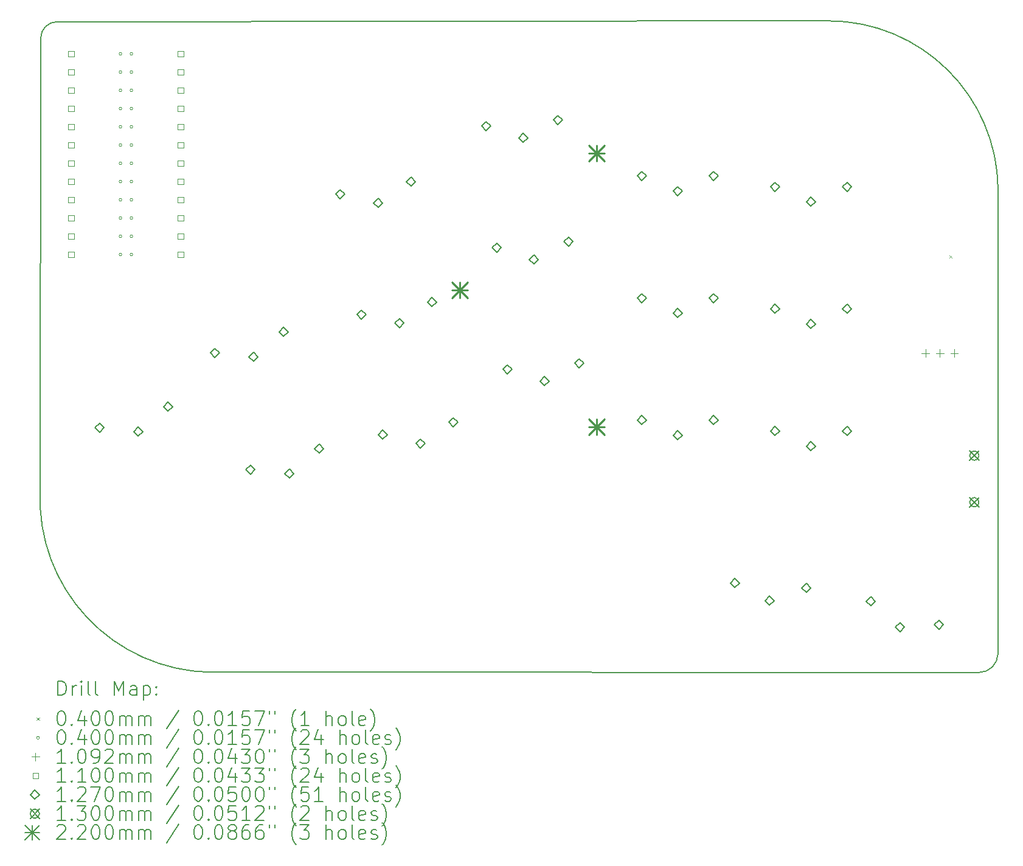
<source format=gbr>
%FSLAX45Y45*%
G04 Gerber Fmt 4.5, Leading zero omitted, Abs format (unit mm)*
G04 Created by KiCad (PCBNEW (6.0.4)) date 2022-05-26 06:06:53*
%MOMM*%
%LPD*%
G01*
G04 APERTURE LIST*
%TA.AperFunction,Profile*%
%ADD10C,0.150000*%
%TD*%
%ADD11C,0.200000*%
%ADD12C,0.040000*%
%ADD13C,0.109220*%
%ADD14C,0.110000*%
%ADD15C,0.127000*%
%ADD16C,0.130000*%
%ADD17C,0.220000*%
G04 APERTURE END LIST*
D10*
X2904845Y12436755D02*
G75*
G03*
X2676245Y12208155I0J-228600D01*
G01*
X15742673Y3376992D02*
G75*
G03*
X16000102Y3632200I-3151J260617D01*
G01*
X16002000Y10109200D02*
G75*
G03*
X13637800Y12447790I-2364200J-25750D01*
G01*
X2667000Y5892800D02*
G75*
G03*
X5029200Y3379408I2415551J-96503D01*
G01*
X13637800Y12447790D02*
X2904845Y12436755D01*
X2667000Y5892800D02*
X2676245Y12208155D01*
X16000102Y3632200D02*
X16002000Y10109200D01*
X15742673Y3376992D02*
X5029200Y3379408D01*
D11*
D12*
X15323011Y9184592D02*
X15363011Y9144592D01*
X15363011Y9184592D02*
X15323011Y9144592D01*
X3804600Y11988800D02*
G75*
G03*
X3804600Y11988800I-20000J0D01*
G01*
X3804600Y11734800D02*
G75*
G03*
X3804600Y11734800I-20000J0D01*
G01*
X3804600Y11480800D02*
G75*
G03*
X3804600Y11480800I-20000J0D01*
G01*
X3804600Y11226800D02*
G75*
G03*
X3804600Y11226800I-20000J0D01*
G01*
X3804600Y10972800D02*
G75*
G03*
X3804600Y10972800I-20000J0D01*
G01*
X3804600Y10718800D02*
G75*
G03*
X3804600Y10718800I-20000J0D01*
G01*
X3804600Y10464800D02*
G75*
G03*
X3804600Y10464800I-20000J0D01*
G01*
X3804600Y10210800D02*
G75*
G03*
X3804600Y10210800I-20000J0D01*
G01*
X3804600Y9956800D02*
G75*
G03*
X3804600Y9956800I-20000J0D01*
G01*
X3804600Y9702800D02*
G75*
G03*
X3804600Y9702800I-20000J0D01*
G01*
X3804600Y9448800D02*
G75*
G03*
X3804600Y9448800I-20000J0D01*
G01*
X3804600Y9194800D02*
G75*
G03*
X3804600Y9194800I-20000J0D01*
G01*
X3957000Y11988800D02*
G75*
G03*
X3957000Y11988800I-20000J0D01*
G01*
X3957000Y11734800D02*
G75*
G03*
X3957000Y11734800I-20000J0D01*
G01*
X3957000Y11480800D02*
G75*
G03*
X3957000Y11480800I-20000J0D01*
G01*
X3957000Y11226800D02*
G75*
G03*
X3957000Y11226800I-20000J0D01*
G01*
X3957000Y10972800D02*
G75*
G03*
X3957000Y10972800I-20000J0D01*
G01*
X3957000Y10718800D02*
G75*
G03*
X3957000Y10718800I-20000J0D01*
G01*
X3957000Y10464800D02*
G75*
G03*
X3957000Y10464800I-20000J0D01*
G01*
X3957000Y10210800D02*
G75*
G03*
X3957000Y10210800I-20000J0D01*
G01*
X3957000Y9956800D02*
G75*
G03*
X3957000Y9956800I-20000J0D01*
G01*
X3957000Y9702800D02*
G75*
G03*
X3957000Y9702800I-20000J0D01*
G01*
X3957000Y9448800D02*
G75*
G03*
X3957000Y9448800I-20000J0D01*
G01*
X3957000Y9194800D02*
G75*
G03*
X3957000Y9194800I-20000J0D01*
G01*
D13*
X14992400Y7877810D02*
X14992400Y7768590D01*
X14937790Y7823200D02*
X15047010Y7823200D01*
X15192400Y7877810D02*
X15192400Y7768590D01*
X15137790Y7823200D02*
X15247010Y7823200D01*
X15392400Y7877810D02*
X15392400Y7768590D01*
X15337790Y7823200D02*
X15447010Y7823200D01*
D14*
X3137691Y11949909D02*
X3137691Y12027691D01*
X3059909Y12027691D01*
X3059909Y11949909D01*
X3137691Y11949909D01*
X3137691Y11695909D02*
X3137691Y11773691D01*
X3059909Y11773691D01*
X3059909Y11695909D01*
X3137691Y11695909D01*
X3137691Y11441909D02*
X3137691Y11519691D01*
X3059909Y11519691D01*
X3059909Y11441909D01*
X3137691Y11441909D01*
X3137691Y11187909D02*
X3137691Y11265691D01*
X3059909Y11265691D01*
X3059909Y11187909D01*
X3137691Y11187909D01*
X3137691Y10933909D02*
X3137691Y11011691D01*
X3059909Y11011691D01*
X3059909Y10933909D01*
X3137691Y10933909D01*
X3137691Y10679909D02*
X3137691Y10757691D01*
X3059909Y10757691D01*
X3059909Y10679909D01*
X3137691Y10679909D01*
X3137691Y10425909D02*
X3137691Y10503691D01*
X3059909Y10503691D01*
X3059909Y10425909D01*
X3137691Y10425909D01*
X3137691Y10171909D02*
X3137691Y10249691D01*
X3059909Y10249691D01*
X3059909Y10171909D01*
X3137691Y10171909D01*
X3137691Y9917909D02*
X3137691Y9995691D01*
X3059909Y9995691D01*
X3059909Y9917909D01*
X3137691Y9917909D01*
X3137691Y9663909D02*
X3137691Y9741691D01*
X3059909Y9741691D01*
X3059909Y9663909D01*
X3137691Y9663909D01*
X3137691Y9409909D02*
X3137691Y9487691D01*
X3059909Y9487691D01*
X3059909Y9409909D01*
X3137691Y9409909D01*
X3137691Y9155909D02*
X3137691Y9233691D01*
X3059909Y9233691D01*
X3059909Y9155909D01*
X3137691Y9155909D01*
X4661691Y11949909D02*
X4661691Y12027691D01*
X4583909Y12027691D01*
X4583909Y11949909D01*
X4661691Y11949909D01*
X4661691Y11695909D02*
X4661691Y11773691D01*
X4583909Y11773691D01*
X4583909Y11695909D01*
X4661691Y11695909D01*
X4661691Y11441909D02*
X4661691Y11519691D01*
X4583909Y11519691D01*
X4583909Y11441909D01*
X4661691Y11441909D01*
X4661691Y11187909D02*
X4661691Y11265691D01*
X4583909Y11265691D01*
X4583909Y11187909D01*
X4661691Y11187909D01*
X4661691Y10933909D02*
X4661691Y11011691D01*
X4583909Y11011691D01*
X4583909Y10933909D01*
X4661691Y10933909D01*
X4661691Y10679909D02*
X4661691Y10757691D01*
X4583909Y10757691D01*
X4583909Y10679909D01*
X4661691Y10679909D01*
X4661691Y10425909D02*
X4661691Y10503691D01*
X4583909Y10503691D01*
X4583909Y10425909D01*
X4661691Y10425909D01*
X4661691Y10171909D02*
X4661691Y10249691D01*
X4583909Y10249691D01*
X4583909Y10171909D01*
X4661691Y10171909D01*
X4661691Y9917909D02*
X4661691Y9995691D01*
X4583909Y9995691D01*
X4583909Y9917909D01*
X4661691Y9917909D01*
X4661691Y9663909D02*
X4661691Y9741691D01*
X4583909Y9741691D01*
X4583909Y9663909D01*
X4661691Y9663909D01*
X4661691Y9409909D02*
X4661691Y9487691D01*
X4583909Y9487691D01*
X4583909Y9409909D01*
X4661691Y9409909D01*
X4661691Y9155909D02*
X4661691Y9233691D01*
X4583909Y9233691D01*
X4583909Y9155909D01*
X4661691Y9155909D01*
D15*
X3492911Y6719093D02*
X3556411Y6782593D01*
X3492911Y6846093D01*
X3429411Y6782593D01*
X3492911Y6719093D01*
X4032461Y6664455D02*
X4095961Y6727955D01*
X4032461Y6791455D01*
X3968961Y6727955D01*
X4032461Y6664455D01*
X4449215Y7011464D02*
X4512715Y7074964D01*
X4449215Y7138464D01*
X4385715Y7074964D01*
X4449215Y7011464D01*
X5099250Y7763538D02*
X5162750Y7827038D01*
X5099250Y7890538D01*
X5035750Y7827038D01*
X5099250Y7763538D01*
X5596281Y6137820D02*
X5659781Y6201320D01*
X5596281Y6264820D01*
X5532781Y6201320D01*
X5596281Y6137820D01*
X5638800Y7708900D02*
X5702300Y7772400D01*
X5638800Y7835900D01*
X5575300Y7772400D01*
X5638800Y7708900D01*
X6055554Y8055910D02*
X6119054Y8119410D01*
X6055554Y8182910D01*
X5992054Y8119410D01*
X6055554Y8055910D01*
X6135832Y6083182D02*
X6199332Y6146682D01*
X6135832Y6210182D01*
X6072332Y6146682D01*
X6135832Y6083182D01*
X6552586Y6430192D02*
X6616086Y6493692D01*
X6552586Y6557192D01*
X6489086Y6493692D01*
X6552586Y6430192D01*
X6843626Y9970732D02*
X6907126Y10034232D01*
X6843626Y10097732D01*
X6780126Y10034232D01*
X6843626Y9970732D01*
X7138828Y8296559D02*
X7202328Y8360059D01*
X7138828Y8423559D01*
X7075328Y8360059D01*
X7138828Y8296559D01*
X7372496Y9850746D02*
X7435996Y9914246D01*
X7372496Y9977746D01*
X7308996Y9914246D01*
X7372496Y9850746D01*
X7434030Y6622386D02*
X7497530Y6685886D01*
X7434030Y6749386D01*
X7370530Y6685886D01*
X7434030Y6622386D01*
X7667698Y8176573D02*
X7731198Y8240073D01*
X7667698Y8303573D01*
X7604198Y8240073D01*
X7667698Y8176573D01*
X7828434Y10144380D02*
X7891934Y10207880D01*
X7828434Y10271380D01*
X7764934Y10207880D01*
X7828434Y10144380D01*
X7962900Y6502400D02*
X8026400Y6565900D01*
X7962900Y6629400D01*
X7899400Y6565900D01*
X7962900Y6502400D01*
X8123636Y8470207D02*
X8187136Y8533707D01*
X8123636Y8597207D01*
X8060136Y8533707D01*
X8123636Y8470207D01*
X8418838Y6796034D02*
X8482338Y6859534D01*
X8418838Y6923034D01*
X8355338Y6859534D01*
X8418838Y6796034D01*
X8877370Y10919316D02*
X8940870Y10982816D01*
X8877370Y11046316D01*
X8813870Y10982816D01*
X8877370Y10919316D01*
X9025535Y9225785D02*
X9089035Y9289285D01*
X9025535Y9352785D01*
X8962035Y9289285D01*
X9025535Y9225785D01*
X9173700Y7532254D02*
X9237200Y7595754D01*
X9173700Y7659254D01*
X9110200Y7595754D01*
X9173700Y7532254D01*
X9393771Y10753693D02*
X9457271Y10817193D01*
X9393771Y10880693D01*
X9330271Y10817193D01*
X9393771Y10753693D01*
X9541935Y9060162D02*
X9605435Y9123662D01*
X9541935Y9187162D01*
X9478435Y9123662D01*
X9541935Y9060162D01*
X9690100Y7366631D02*
X9753600Y7430131D01*
X9690100Y7493631D01*
X9626600Y7430131D01*
X9690100Y7366631D01*
X9873565Y11006472D02*
X9937065Y11069972D01*
X9873565Y11133472D01*
X9810065Y11069972D01*
X9873565Y11006472D01*
X10021730Y9312941D02*
X10085230Y9376441D01*
X10021730Y9439941D01*
X9958230Y9376441D01*
X10021730Y9312941D01*
X10169895Y7619410D02*
X10233395Y7682910D01*
X10169895Y7746410D01*
X10106395Y7682910D01*
X10169895Y7619410D01*
X11041109Y10225102D02*
X11104609Y10288602D01*
X11041109Y10352102D01*
X10977609Y10288602D01*
X11041109Y10225102D01*
X11041109Y8525102D02*
X11104609Y8588602D01*
X11041109Y8652102D01*
X10977609Y8588602D01*
X11041109Y8525102D01*
X11041109Y6825102D02*
X11104609Y6888602D01*
X11041109Y6952102D01*
X10977609Y6888602D01*
X11041109Y6825102D01*
X11541109Y10015102D02*
X11604609Y10078602D01*
X11541109Y10142102D01*
X11477609Y10078602D01*
X11541109Y10015102D01*
X11541109Y8315102D02*
X11604609Y8378602D01*
X11541109Y8442102D01*
X11477609Y8378602D01*
X11541109Y8315102D01*
X11541109Y6615102D02*
X11604609Y6678602D01*
X11541109Y6742102D01*
X11477609Y6678602D01*
X11541109Y6615102D01*
X12041109Y10225102D02*
X12104609Y10288602D01*
X12041109Y10352102D01*
X11977609Y10288602D01*
X12041109Y10225102D01*
X12041109Y8525102D02*
X12104609Y8588602D01*
X12041109Y8652102D01*
X11977609Y8588602D01*
X12041109Y8525102D01*
X12041109Y6825102D02*
X12104609Y6888602D01*
X12041109Y6952102D01*
X11977609Y6888602D01*
X12041109Y6825102D01*
X12336819Y4557149D02*
X12400319Y4620649D01*
X12336819Y4684149D01*
X12273319Y4620649D01*
X12336819Y4557149D01*
X12820953Y4312782D02*
X12884453Y4376282D01*
X12820953Y4439782D01*
X12757453Y4376282D01*
X12820953Y4312782D01*
X12898500Y10074300D02*
X12962000Y10137800D01*
X12898500Y10201300D01*
X12835000Y10137800D01*
X12898500Y10074300D01*
X12898500Y8374300D02*
X12962000Y8437800D01*
X12898500Y8501300D01*
X12835000Y8437800D01*
X12898500Y8374300D01*
X12898500Y6674300D02*
X12962000Y6737800D01*
X12898500Y6801300D01*
X12835000Y6737800D01*
X12898500Y6674300D01*
X13334384Y4487393D02*
X13397884Y4550893D01*
X13334384Y4614393D01*
X13270884Y4550893D01*
X13334384Y4487393D01*
X13398500Y9864300D02*
X13462000Y9927800D01*
X13398500Y9991300D01*
X13335000Y9927800D01*
X13398500Y9864300D01*
X13398500Y8164300D02*
X13462000Y8227800D01*
X13398500Y8291300D01*
X13335000Y8227800D01*
X13398500Y8164300D01*
X13398500Y6464300D02*
X13462000Y6527800D01*
X13398500Y6591300D01*
X13335000Y6527800D01*
X13398500Y6464300D01*
X13898500Y10074300D02*
X13962000Y10137800D01*
X13898500Y10201300D01*
X13835000Y10137800D01*
X13898500Y10074300D01*
X13898500Y8374300D02*
X13962000Y8437800D01*
X13898500Y8501300D01*
X13835000Y8437800D01*
X13898500Y8374300D01*
X13898500Y6674300D02*
X13962000Y6737800D01*
X13898500Y6801300D01*
X13835000Y6737800D01*
X13898500Y6674300D01*
X14231848Y4304801D02*
X14295348Y4368301D01*
X14231848Y4431801D01*
X14168348Y4368301D01*
X14231848Y4304801D01*
X14636238Y3943458D02*
X14699738Y4006958D01*
X14636238Y4070458D01*
X14572738Y4006958D01*
X14636238Y3943458D01*
X15177367Y3979233D02*
X15240867Y4042733D01*
X15177367Y4106233D01*
X15113867Y4042733D01*
X15177367Y3979233D01*
D16*
X15606800Y6460600D02*
X15736800Y6330600D01*
X15736800Y6460600D02*
X15606800Y6330600D01*
X15736800Y6395600D02*
G75*
G03*
X15736800Y6395600I-65000J0D01*
G01*
X15606800Y5810600D02*
X15736800Y5680600D01*
X15736800Y5810600D02*
X15606800Y5680600D01*
X15736800Y5745600D02*
G75*
G03*
X15736800Y5745600I-65000J0D01*
G01*
D17*
X8399000Y8809500D02*
X8619000Y8589500D01*
X8619000Y8809500D02*
X8399000Y8589500D01*
X8509000Y8809500D02*
X8509000Y8589500D01*
X8399000Y8699500D02*
X8619000Y8699500D01*
X10304000Y10714500D02*
X10524000Y10494500D01*
X10524000Y10714500D02*
X10304000Y10494500D01*
X10414000Y10714500D02*
X10414000Y10494500D01*
X10304000Y10604500D02*
X10524000Y10604500D01*
X10304000Y6904500D02*
X10524000Y6684500D01*
X10524000Y6904500D02*
X10304000Y6684500D01*
X10414000Y6904500D02*
X10414000Y6684500D01*
X10304000Y6794500D02*
X10524000Y6794500D01*
D11*
X2915192Y3059016D02*
X2915192Y3259016D01*
X2962811Y3259016D01*
X2991383Y3249492D01*
X3010430Y3230444D01*
X3019954Y3211397D01*
X3029478Y3173301D01*
X3029478Y3144730D01*
X3019954Y3106635D01*
X3010430Y3087587D01*
X2991383Y3068539D01*
X2962811Y3059016D01*
X2915192Y3059016D01*
X3115192Y3059016D02*
X3115192Y3192349D01*
X3115192Y3154254D02*
X3124716Y3173301D01*
X3134240Y3182825D01*
X3153287Y3192349D01*
X3172335Y3192349D01*
X3239002Y3059016D02*
X3239002Y3192349D01*
X3239002Y3259016D02*
X3229478Y3249492D01*
X3239002Y3239968D01*
X3248525Y3249492D01*
X3239002Y3259016D01*
X3239002Y3239968D01*
X3362811Y3059016D02*
X3343763Y3068539D01*
X3334240Y3087587D01*
X3334240Y3259016D01*
X3467573Y3059016D02*
X3448525Y3068539D01*
X3439002Y3087587D01*
X3439002Y3259016D01*
X3696144Y3059016D02*
X3696144Y3259016D01*
X3762811Y3116158D01*
X3829478Y3259016D01*
X3829478Y3059016D01*
X4010430Y3059016D02*
X4010430Y3163778D01*
X4000906Y3182825D01*
X3981859Y3192349D01*
X3943763Y3192349D01*
X3924716Y3182825D01*
X4010430Y3068539D02*
X3991383Y3059016D01*
X3943763Y3059016D01*
X3924716Y3068539D01*
X3915192Y3087587D01*
X3915192Y3106635D01*
X3924716Y3125682D01*
X3943763Y3135206D01*
X3991383Y3135206D01*
X4010430Y3144730D01*
X4105668Y3192349D02*
X4105668Y2992349D01*
X4105668Y3182825D02*
X4124716Y3192349D01*
X4162811Y3192349D01*
X4181859Y3182825D01*
X4191383Y3173301D01*
X4200906Y3154254D01*
X4200906Y3097111D01*
X4191383Y3078063D01*
X4181859Y3068539D01*
X4162811Y3059016D01*
X4124716Y3059016D01*
X4105668Y3068539D01*
X4286621Y3078063D02*
X4296145Y3068539D01*
X4286621Y3059016D01*
X4277097Y3068539D01*
X4286621Y3078063D01*
X4286621Y3059016D01*
X4286621Y3182825D02*
X4296145Y3173301D01*
X4286621Y3163778D01*
X4277097Y3173301D01*
X4286621Y3182825D01*
X4286621Y3163778D01*
D12*
X2617573Y2749492D02*
X2657573Y2709492D01*
X2657573Y2749492D02*
X2617573Y2709492D01*
D11*
X2953287Y2839016D02*
X2972335Y2839016D01*
X2991383Y2829492D01*
X3000906Y2819968D01*
X3010430Y2800920D01*
X3019954Y2762825D01*
X3019954Y2715206D01*
X3010430Y2677111D01*
X3000906Y2658063D01*
X2991383Y2648540D01*
X2972335Y2639016D01*
X2953287Y2639016D01*
X2934240Y2648540D01*
X2924716Y2658063D01*
X2915192Y2677111D01*
X2905668Y2715206D01*
X2905668Y2762825D01*
X2915192Y2800920D01*
X2924716Y2819968D01*
X2934240Y2829492D01*
X2953287Y2839016D01*
X3105668Y2658063D02*
X3115192Y2648540D01*
X3105668Y2639016D01*
X3096144Y2648540D01*
X3105668Y2658063D01*
X3105668Y2639016D01*
X3286621Y2772349D02*
X3286621Y2639016D01*
X3239002Y2848539D02*
X3191383Y2705682D01*
X3315192Y2705682D01*
X3429478Y2839016D02*
X3448525Y2839016D01*
X3467573Y2829492D01*
X3477097Y2819968D01*
X3486621Y2800920D01*
X3496144Y2762825D01*
X3496144Y2715206D01*
X3486621Y2677111D01*
X3477097Y2658063D01*
X3467573Y2648540D01*
X3448525Y2639016D01*
X3429478Y2639016D01*
X3410430Y2648540D01*
X3400906Y2658063D01*
X3391383Y2677111D01*
X3381859Y2715206D01*
X3381859Y2762825D01*
X3391383Y2800920D01*
X3400906Y2819968D01*
X3410430Y2829492D01*
X3429478Y2839016D01*
X3619954Y2839016D02*
X3639002Y2839016D01*
X3658049Y2829492D01*
X3667573Y2819968D01*
X3677097Y2800920D01*
X3686621Y2762825D01*
X3686621Y2715206D01*
X3677097Y2677111D01*
X3667573Y2658063D01*
X3658049Y2648540D01*
X3639002Y2639016D01*
X3619954Y2639016D01*
X3600906Y2648540D01*
X3591383Y2658063D01*
X3581859Y2677111D01*
X3572335Y2715206D01*
X3572335Y2762825D01*
X3581859Y2800920D01*
X3591383Y2819968D01*
X3600906Y2829492D01*
X3619954Y2839016D01*
X3772335Y2639016D02*
X3772335Y2772349D01*
X3772335Y2753301D02*
X3781859Y2762825D01*
X3800906Y2772349D01*
X3829478Y2772349D01*
X3848525Y2762825D01*
X3858049Y2743778D01*
X3858049Y2639016D01*
X3858049Y2743778D02*
X3867573Y2762825D01*
X3886621Y2772349D01*
X3915192Y2772349D01*
X3934240Y2762825D01*
X3943763Y2743778D01*
X3943763Y2639016D01*
X4039002Y2639016D02*
X4039002Y2772349D01*
X4039002Y2753301D02*
X4048525Y2762825D01*
X4067573Y2772349D01*
X4096144Y2772349D01*
X4115192Y2762825D01*
X4124716Y2743778D01*
X4124716Y2639016D01*
X4124716Y2743778D02*
X4134240Y2762825D01*
X4153287Y2772349D01*
X4181859Y2772349D01*
X4200906Y2762825D01*
X4210430Y2743778D01*
X4210430Y2639016D01*
X4600906Y2848539D02*
X4429478Y2591397D01*
X4858049Y2839016D02*
X4877097Y2839016D01*
X4896145Y2829492D01*
X4905668Y2819968D01*
X4915192Y2800920D01*
X4924716Y2762825D01*
X4924716Y2715206D01*
X4915192Y2677111D01*
X4905668Y2658063D01*
X4896145Y2648540D01*
X4877097Y2639016D01*
X4858049Y2639016D01*
X4839002Y2648540D01*
X4829478Y2658063D01*
X4819954Y2677111D01*
X4810430Y2715206D01*
X4810430Y2762825D01*
X4819954Y2800920D01*
X4829478Y2819968D01*
X4839002Y2829492D01*
X4858049Y2839016D01*
X5010430Y2658063D02*
X5019954Y2648540D01*
X5010430Y2639016D01*
X5000906Y2648540D01*
X5010430Y2658063D01*
X5010430Y2639016D01*
X5143764Y2839016D02*
X5162811Y2839016D01*
X5181859Y2829492D01*
X5191383Y2819968D01*
X5200906Y2800920D01*
X5210430Y2762825D01*
X5210430Y2715206D01*
X5200906Y2677111D01*
X5191383Y2658063D01*
X5181859Y2648540D01*
X5162811Y2639016D01*
X5143764Y2639016D01*
X5124716Y2648540D01*
X5115192Y2658063D01*
X5105668Y2677111D01*
X5096145Y2715206D01*
X5096145Y2762825D01*
X5105668Y2800920D01*
X5115192Y2819968D01*
X5124716Y2829492D01*
X5143764Y2839016D01*
X5400906Y2639016D02*
X5286621Y2639016D01*
X5343764Y2639016D02*
X5343764Y2839016D01*
X5324716Y2810444D01*
X5305668Y2791397D01*
X5286621Y2781873D01*
X5581859Y2839016D02*
X5486621Y2839016D01*
X5477097Y2743778D01*
X5486621Y2753301D01*
X5505668Y2762825D01*
X5553287Y2762825D01*
X5572335Y2753301D01*
X5581859Y2743778D01*
X5591383Y2724730D01*
X5591383Y2677111D01*
X5581859Y2658063D01*
X5572335Y2648540D01*
X5553287Y2639016D01*
X5505668Y2639016D01*
X5486621Y2648540D01*
X5477097Y2658063D01*
X5658049Y2839016D02*
X5791383Y2839016D01*
X5705668Y2639016D01*
X5858049Y2839016D02*
X5858049Y2800920D01*
X5934240Y2839016D02*
X5934240Y2800920D01*
X6229478Y2562825D02*
X6219954Y2572349D01*
X6200906Y2600920D01*
X6191383Y2619968D01*
X6181859Y2648540D01*
X6172335Y2696159D01*
X6172335Y2734254D01*
X6181859Y2781873D01*
X6191383Y2810444D01*
X6200906Y2829492D01*
X6219954Y2858063D01*
X6229478Y2867587D01*
X6410430Y2639016D02*
X6296144Y2639016D01*
X6353287Y2639016D02*
X6353287Y2839016D01*
X6334240Y2810444D01*
X6315192Y2791397D01*
X6296144Y2781873D01*
X6648525Y2639016D02*
X6648525Y2839016D01*
X6734240Y2639016D02*
X6734240Y2743778D01*
X6724716Y2762825D01*
X6705668Y2772349D01*
X6677097Y2772349D01*
X6658049Y2762825D01*
X6648525Y2753301D01*
X6858049Y2639016D02*
X6839002Y2648540D01*
X6829478Y2658063D01*
X6819954Y2677111D01*
X6819954Y2734254D01*
X6829478Y2753301D01*
X6839002Y2762825D01*
X6858049Y2772349D01*
X6886621Y2772349D01*
X6905668Y2762825D01*
X6915192Y2753301D01*
X6924716Y2734254D01*
X6924716Y2677111D01*
X6915192Y2658063D01*
X6905668Y2648540D01*
X6886621Y2639016D01*
X6858049Y2639016D01*
X7039002Y2639016D02*
X7019954Y2648540D01*
X7010430Y2667587D01*
X7010430Y2839016D01*
X7191383Y2648540D02*
X7172335Y2639016D01*
X7134240Y2639016D01*
X7115192Y2648540D01*
X7105668Y2667587D01*
X7105668Y2743778D01*
X7115192Y2762825D01*
X7134240Y2772349D01*
X7172335Y2772349D01*
X7191383Y2762825D01*
X7200906Y2743778D01*
X7200906Y2724730D01*
X7105668Y2705682D01*
X7267573Y2562825D02*
X7277097Y2572349D01*
X7296144Y2600920D01*
X7305668Y2619968D01*
X7315192Y2648540D01*
X7324716Y2696159D01*
X7324716Y2734254D01*
X7315192Y2781873D01*
X7305668Y2810444D01*
X7296144Y2829492D01*
X7277097Y2858063D01*
X7267573Y2867587D01*
D12*
X2657573Y2465492D02*
G75*
G03*
X2657573Y2465492I-20000J0D01*
G01*
D11*
X2953287Y2575016D02*
X2972335Y2575016D01*
X2991383Y2565492D01*
X3000906Y2555968D01*
X3010430Y2536920D01*
X3019954Y2498825D01*
X3019954Y2451206D01*
X3010430Y2413111D01*
X3000906Y2394063D01*
X2991383Y2384540D01*
X2972335Y2375016D01*
X2953287Y2375016D01*
X2934240Y2384540D01*
X2924716Y2394063D01*
X2915192Y2413111D01*
X2905668Y2451206D01*
X2905668Y2498825D01*
X2915192Y2536920D01*
X2924716Y2555968D01*
X2934240Y2565492D01*
X2953287Y2575016D01*
X3105668Y2394063D02*
X3115192Y2384540D01*
X3105668Y2375016D01*
X3096144Y2384540D01*
X3105668Y2394063D01*
X3105668Y2375016D01*
X3286621Y2508349D02*
X3286621Y2375016D01*
X3239002Y2584540D02*
X3191383Y2441682D01*
X3315192Y2441682D01*
X3429478Y2575016D02*
X3448525Y2575016D01*
X3467573Y2565492D01*
X3477097Y2555968D01*
X3486621Y2536920D01*
X3496144Y2498825D01*
X3496144Y2451206D01*
X3486621Y2413111D01*
X3477097Y2394063D01*
X3467573Y2384540D01*
X3448525Y2375016D01*
X3429478Y2375016D01*
X3410430Y2384540D01*
X3400906Y2394063D01*
X3391383Y2413111D01*
X3381859Y2451206D01*
X3381859Y2498825D01*
X3391383Y2536920D01*
X3400906Y2555968D01*
X3410430Y2565492D01*
X3429478Y2575016D01*
X3619954Y2575016D02*
X3639002Y2575016D01*
X3658049Y2565492D01*
X3667573Y2555968D01*
X3677097Y2536920D01*
X3686621Y2498825D01*
X3686621Y2451206D01*
X3677097Y2413111D01*
X3667573Y2394063D01*
X3658049Y2384540D01*
X3639002Y2375016D01*
X3619954Y2375016D01*
X3600906Y2384540D01*
X3591383Y2394063D01*
X3581859Y2413111D01*
X3572335Y2451206D01*
X3572335Y2498825D01*
X3581859Y2536920D01*
X3591383Y2555968D01*
X3600906Y2565492D01*
X3619954Y2575016D01*
X3772335Y2375016D02*
X3772335Y2508349D01*
X3772335Y2489301D02*
X3781859Y2498825D01*
X3800906Y2508349D01*
X3829478Y2508349D01*
X3848525Y2498825D01*
X3858049Y2479778D01*
X3858049Y2375016D01*
X3858049Y2479778D02*
X3867573Y2498825D01*
X3886621Y2508349D01*
X3915192Y2508349D01*
X3934240Y2498825D01*
X3943763Y2479778D01*
X3943763Y2375016D01*
X4039002Y2375016D02*
X4039002Y2508349D01*
X4039002Y2489301D02*
X4048525Y2498825D01*
X4067573Y2508349D01*
X4096144Y2508349D01*
X4115192Y2498825D01*
X4124716Y2479778D01*
X4124716Y2375016D01*
X4124716Y2479778D02*
X4134240Y2498825D01*
X4153287Y2508349D01*
X4181859Y2508349D01*
X4200906Y2498825D01*
X4210430Y2479778D01*
X4210430Y2375016D01*
X4600906Y2584540D02*
X4429478Y2327397D01*
X4858049Y2575016D02*
X4877097Y2575016D01*
X4896145Y2565492D01*
X4905668Y2555968D01*
X4915192Y2536920D01*
X4924716Y2498825D01*
X4924716Y2451206D01*
X4915192Y2413111D01*
X4905668Y2394063D01*
X4896145Y2384540D01*
X4877097Y2375016D01*
X4858049Y2375016D01*
X4839002Y2384540D01*
X4829478Y2394063D01*
X4819954Y2413111D01*
X4810430Y2451206D01*
X4810430Y2498825D01*
X4819954Y2536920D01*
X4829478Y2555968D01*
X4839002Y2565492D01*
X4858049Y2575016D01*
X5010430Y2394063D02*
X5019954Y2384540D01*
X5010430Y2375016D01*
X5000906Y2384540D01*
X5010430Y2394063D01*
X5010430Y2375016D01*
X5143764Y2575016D02*
X5162811Y2575016D01*
X5181859Y2565492D01*
X5191383Y2555968D01*
X5200906Y2536920D01*
X5210430Y2498825D01*
X5210430Y2451206D01*
X5200906Y2413111D01*
X5191383Y2394063D01*
X5181859Y2384540D01*
X5162811Y2375016D01*
X5143764Y2375016D01*
X5124716Y2384540D01*
X5115192Y2394063D01*
X5105668Y2413111D01*
X5096145Y2451206D01*
X5096145Y2498825D01*
X5105668Y2536920D01*
X5115192Y2555968D01*
X5124716Y2565492D01*
X5143764Y2575016D01*
X5400906Y2375016D02*
X5286621Y2375016D01*
X5343764Y2375016D02*
X5343764Y2575016D01*
X5324716Y2546444D01*
X5305668Y2527397D01*
X5286621Y2517873D01*
X5581859Y2575016D02*
X5486621Y2575016D01*
X5477097Y2479778D01*
X5486621Y2489301D01*
X5505668Y2498825D01*
X5553287Y2498825D01*
X5572335Y2489301D01*
X5581859Y2479778D01*
X5591383Y2460730D01*
X5591383Y2413111D01*
X5581859Y2394063D01*
X5572335Y2384540D01*
X5553287Y2375016D01*
X5505668Y2375016D01*
X5486621Y2384540D01*
X5477097Y2394063D01*
X5658049Y2575016D02*
X5791383Y2575016D01*
X5705668Y2375016D01*
X5858049Y2575016D02*
X5858049Y2536920D01*
X5934240Y2575016D02*
X5934240Y2536920D01*
X6229478Y2298825D02*
X6219954Y2308349D01*
X6200906Y2336920D01*
X6191383Y2355968D01*
X6181859Y2384540D01*
X6172335Y2432159D01*
X6172335Y2470254D01*
X6181859Y2517873D01*
X6191383Y2546444D01*
X6200906Y2565492D01*
X6219954Y2594063D01*
X6229478Y2603587D01*
X6296144Y2555968D02*
X6305668Y2565492D01*
X6324716Y2575016D01*
X6372335Y2575016D01*
X6391383Y2565492D01*
X6400906Y2555968D01*
X6410430Y2536920D01*
X6410430Y2517873D01*
X6400906Y2489301D01*
X6286621Y2375016D01*
X6410430Y2375016D01*
X6581859Y2508349D02*
X6581859Y2375016D01*
X6534240Y2584540D02*
X6486621Y2441682D01*
X6610430Y2441682D01*
X6839002Y2375016D02*
X6839002Y2575016D01*
X6924716Y2375016D02*
X6924716Y2479778D01*
X6915192Y2498825D01*
X6896144Y2508349D01*
X6867573Y2508349D01*
X6848525Y2498825D01*
X6839002Y2489301D01*
X7048525Y2375016D02*
X7029478Y2384540D01*
X7019954Y2394063D01*
X7010430Y2413111D01*
X7010430Y2470254D01*
X7019954Y2489301D01*
X7029478Y2498825D01*
X7048525Y2508349D01*
X7077097Y2508349D01*
X7096144Y2498825D01*
X7105668Y2489301D01*
X7115192Y2470254D01*
X7115192Y2413111D01*
X7105668Y2394063D01*
X7096144Y2384540D01*
X7077097Y2375016D01*
X7048525Y2375016D01*
X7229478Y2375016D02*
X7210430Y2384540D01*
X7200906Y2403587D01*
X7200906Y2575016D01*
X7381859Y2384540D02*
X7362811Y2375016D01*
X7324716Y2375016D01*
X7305668Y2384540D01*
X7296144Y2403587D01*
X7296144Y2479778D01*
X7305668Y2498825D01*
X7324716Y2508349D01*
X7362811Y2508349D01*
X7381859Y2498825D01*
X7391383Y2479778D01*
X7391383Y2460730D01*
X7296144Y2441682D01*
X7467573Y2384540D02*
X7486621Y2375016D01*
X7524716Y2375016D01*
X7543763Y2384540D01*
X7553287Y2403587D01*
X7553287Y2413111D01*
X7543763Y2432159D01*
X7524716Y2441682D01*
X7496144Y2441682D01*
X7477097Y2451206D01*
X7467573Y2470254D01*
X7467573Y2479778D01*
X7477097Y2498825D01*
X7496144Y2508349D01*
X7524716Y2508349D01*
X7543763Y2498825D01*
X7619954Y2298825D02*
X7629478Y2308349D01*
X7648525Y2336920D01*
X7658049Y2355968D01*
X7667573Y2384540D01*
X7677097Y2432159D01*
X7677097Y2470254D01*
X7667573Y2517873D01*
X7658049Y2546444D01*
X7648525Y2565492D01*
X7629478Y2594063D01*
X7619954Y2603587D01*
D13*
X2602963Y2256102D02*
X2602963Y2146882D01*
X2548353Y2201492D02*
X2657573Y2201492D01*
D11*
X3019954Y2111016D02*
X2905668Y2111016D01*
X2962811Y2111016D02*
X2962811Y2311016D01*
X2943763Y2282444D01*
X2924716Y2263397D01*
X2905668Y2253873D01*
X3105668Y2130063D02*
X3115192Y2120540D01*
X3105668Y2111016D01*
X3096144Y2120540D01*
X3105668Y2130063D01*
X3105668Y2111016D01*
X3239002Y2311016D02*
X3258049Y2311016D01*
X3277097Y2301492D01*
X3286621Y2291968D01*
X3296144Y2272920D01*
X3305668Y2234825D01*
X3305668Y2187206D01*
X3296144Y2149111D01*
X3286621Y2130063D01*
X3277097Y2120540D01*
X3258049Y2111016D01*
X3239002Y2111016D01*
X3219954Y2120540D01*
X3210430Y2130063D01*
X3200906Y2149111D01*
X3191383Y2187206D01*
X3191383Y2234825D01*
X3200906Y2272920D01*
X3210430Y2291968D01*
X3219954Y2301492D01*
X3239002Y2311016D01*
X3400906Y2111016D02*
X3439002Y2111016D01*
X3458049Y2120540D01*
X3467573Y2130063D01*
X3486621Y2158635D01*
X3496144Y2196730D01*
X3496144Y2272920D01*
X3486621Y2291968D01*
X3477097Y2301492D01*
X3458049Y2311016D01*
X3419954Y2311016D01*
X3400906Y2301492D01*
X3391383Y2291968D01*
X3381859Y2272920D01*
X3381859Y2225301D01*
X3391383Y2206254D01*
X3400906Y2196730D01*
X3419954Y2187206D01*
X3458049Y2187206D01*
X3477097Y2196730D01*
X3486621Y2206254D01*
X3496144Y2225301D01*
X3572335Y2291968D02*
X3581859Y2301492D01*
X3600906Y2311016D01*
X3648525Y2311016D01*
X3667573Y2301492D01*
X3677097Y2291968D01*
X3686621Y2272920D01*
X3686621Y2253873D01*
X3677097Y2225301D01*
X3562811Y2111016D01*
X3686621Y2111016D01*
X3772335Y2111016D02*
X3772335Y2244349D01*
X3772335Y2225301D02*
X3781859Y2234825D01*
X3800906Y2244349D01*
X3829478Y2244349D01*
X3848525Y2234825D01*
X3858049Y2215778D01*
X3858049Y2111016D01*
X3858049Y2215778D02*
X3867573Y2234825D01*
X3886621Y2244349D01*
X3915192Y2244349D01*
X3934240Y2234825D01*
X3943763Y2215778D01*
X3943763Y2111016D01*
X4039002Y2111016D02*
X4039002Y2244349D01*
X4039002Y2225301D02*
X4048525Y2234825D01*
X4067573Y2244349D01*
X4096144Y2244349D01*
X4115192Y2234825D01*
X4124716Y2215778D01*
X4124716Y2111016D01*
X4124716Y2215778D02*
X4134240Y2234825D01*
X4153287Y2244349D01*
X4181859Y2244349D01*
X4200906Y2234825D01*
X4210430Y2215778D01*
X4210430Y2111016D01*
X4600906Y2320540D02*
X4429478Y2063397D01*
X4858049Y2311016D02*
X4877097Y2311016D01*
X4896145Y2301492D01*
X4905668Y2291968D01*
X4915192Y2272920D01*
X4924716Y2234825D01*
X4924716Y2187206D01*
X4915192Y2149111D01*
X4905668Y2130063D01*
X4896145Y2120540D01*
X4877097Y2111016D01*
X4858049Y2111016D01*
X4839002Y2120540D01*
X4829478Y2130063D01*
X4819954Y2149111D01*
X4810430Y2187206D01*
X4810430Y2234825D01*
X4819954Y2272920D01*
X4829478Y2291968D01*
X4839002Y2301492D01*
X4858049Y2311016D01*
X5010430Y2130063D02*
X5019954Y2120540D01*
X5010430Y2111016D01*
X5000906Y2120540D01*
X5010430Y2130063D01*
X5010430Y2111016D01*
X5143764Y2311016D02*
X5162811Y2311016D01*
X5181859Y2301492D01*
X5191383Y2291968D01*
X5200906Y2272920D01*
X5210430Y2234825D01*
X5210430Y2187206D01*
X5200906Y2149111D01*
X5191383Y2130063D01*
X5181859Y2120540D01*
X5162811Y2111016D01*
X5143764Y2111016D01*
X5124716Y2120540D01*
X5115192Y2130063D01*
X5105668Y2149111D01*
X5096145Y2187206D01*
X5096145Y2234825D01*
X5105668Y2272920D01*
X5115192Y2291968D01*
X5124716Y2301492D01*
X5143764Y2311016D01*
X5381859Y2244349D02*
X5381859Y2111016D01*
X5334240Y2320540D02*
X5286621Y2177682D01*
X5410430Y2177682D01*
X5467573Y2311016D02*
X5591383Y2311016D01*
X5524716Y2234825D01*
X5553287Y2234825D01*
X5572335Y2225301D01*
X5581859Y2215778D01*
X5591383Y2196730D01*
X5591383Y2149111D01*
X5581859Y2130063D01*
X5572335Y2120540D01*
X5553287Y2111016D01*
X5496145Y2111016D01*
X5477097Y2120540D01*
X5467573Y2130063D01*
X5715192Y2311016D02*
X5734240Y2311016D01*
X5753287Y2301492D01*
X5762811Y2291968D01*
X5772335Y2272920D01*
X5781859Y2234825D01*
X5781859Y2187206D01*
X5772335Y2149111D01*
X5762811Y2130063D01*
X5753287Y2120540D01*
X5734240Y2111016D01*
X5715192Y2111016D01*
X5696144Y2120540D01*
X5686621Y2130063D01*
X5677097Y2149111D01*
X5667573Y2187206D01*
X5667573Y2234825D01*
X5677097Y2272920D01*
X5686621Y2291968D01*
X5696144Y2301492D01*
X5715192Y2311016D01*
X5858049Y2311016D02*
X5858049Y2272920D01*
X5934240Y2311016D02*
X5934240Y2272920D01*
X6229478Y2034825D02*
X6219954Y2044349D01*
X6200906Y2072920D01*
X6191383Y2091968D01*
X6181859Y2120540D01*
X6172335Y2168159D01*
X6172335Y2206254D01*
X6181859Y2253873D01*
X6191383Y2282444D01*
X6200906Y2301492D01*
X6219954Y2330063D01*
X6229478Y2339587D01*
X6286621Y2311016D02*
X6410430Y2311016D01*
X6343763Y2234825D01*
X6372335Y2234825D01*
X6391383Y2225301D01*
X6400906Y2215778D01*
X6410430Y2196730D01*
X6410430Y2149111D01*
X6400906Y2130063D01*
X6391383Y2120540D01*
X6372335Y2111016D01*
X6315192Y2111016D01*
X6296144Y2120540D01*
X6286621Y2130063D01*
X6648525Y2111016D02*
X6648525Y2311016D01*
X6734240Y2111016D02*
X6734240Y2215778D01*
X6724716Y2234825D01*
X6705668Y2244349D01*
X6677097Y2244349D01*
X6658049Y2234825D01*
X6648525Y2225301D01*
X6858049Y2111016D02*
X6839002Y2120540D01*
X6829478Y2130063D01*
X6819954Y2149111D01*
X6819954Y2206254D01*
X6829478Y2225301D01*
X6839002Y2234825D01*
X6858049Y2244349D01*
X6886621Y2244349D01*
X6905668Y2234825D01*
X6915192Y2225301D01*
X6924716Y2206254D01*
X6924716Y2149111D01*
X6915192Y2130063D01*
X6905668Y2120540D01*
X6886621Y2111016D01*
X6858049Y2111016D01*
X7039002Y2111016D02*
X7019954Y2120540D01*
X7010430Y2139587D01*
X7010430Y2311016D01*
X7191383Y2120540D02*
X7172335Y2111016D01*
X7134240Y2111016D01*
X7115192Y2120540D01*
X7105668Y2139587D01*
X7105668Y2215778D01*
X7115192Y2234825D01*
X7134240Y2244349D01*
X7172335Y2244349D01*
X7191383Y2234825D01*
X7200906Y2215778D01*
X7200906Y2196730D01*
X7105668Y2177682D01*
X7277097Y2120540D02*
X7296144Y2111016D01*
X7334240Y2111016D01*
X7353287Y2120540D01*
X7362811Y2139587D01*
X7362811Y2149111D01*
X7353287Y2168159D01*
X7334240Y2177682D01*
X7305668Y2177682D01*
X7286621Y2187206D01*
X7277097Y2206254D01*
X7277097Y2215778D01*
X7286621Y2234825D01*
X7305668Y2244349D01*
X7334240Y2244349D01*
X7353287Y2234825D01*
X7429478Y2034825D02*
X7439002Y2044349D01*
X7458049Y2072920D01*
X7467573Y2091968D01*
X7477097Y2120540D01*
X7486621Y2168159D01*
X7486621Y2206254D01*
X7477097Y2253873D01*
X7467573Y2282444D01*
X7458049Y2301492D01*
X7439002Y2330063D01*
X7429478Y2339587D01*
D14*
X2641464Y1898601D02*
X2641464Y1976383D01*
X2563682Y1976383D01*
X2563682Y1898601D01*
X2641464Y1898601D01*
D11*
X3019954Y1847016D02*
X2905668Y1847016D01*
X2962811Y1847016D02*
X2962811Y2047016D01*
X2943763Y2018444D01*
X2924716Y1999397D01*
X2905668Y1989873D01*
X3105668Y1866063D02*
X3115192Y1856539D01*
X3105668Y1847016D01*
X3096144Y1856539D01*
X3105668Y1866063D01*
X3105668Y1847016D01*
X3305668Y1847016D02*
X3191383Y1847016D01*
X3248525Y1847016D02*
X3248525Y2047016D01*
X3229478Y2018444D01*
X3210430Y1999397D01*
X3191383Y1989873D01*
X3429478Y2047016D02*
X3448525Y2047016D01*
X3467573Y2037492D01*
X3477097Y2027968D01*
X3486621Y2008920D01*
X3496144Y1970825D01*
X3496144Y1923206D01*
X3486621Y1885111D01*
X3477097Y1866063D01*
X3467573Y1856539D01*
X3448525Y1847016D01*
X3429478Y1847016D01*
X3410430Y1856539D01*
X3400906Y1866063D01*
X3391383Y1885111D01*
X3381859Y1923206D01*
X3381859Y1970825D01*
X3391383Y2008920D01*
X3400906Y2027968D01*
X3410430Y2037492D01*
X3429478Y2047016D01*
X3619954Y2047016D02*
X3639002Y2047016D01*
X3658049Y2037492D01*
X3667573Y2027968D01*
X3677097Y2008920D01*
X3686621Y1970825D01*
X3686621Y1923206D01*
X3677097Y1885111D01*
X3667573Y1866063D01*
X3658049Y1856539D01*
X3639002Y1847016D01*
X3619954Y1847016D01*
X3600906Y1856539D01*
X3591383Y1866063D01*
X3581859Y1885111D01*
X3572335Y1923206D01*
X3572335Y1970825D01*
X3581859Y2008920D01*
X3591383Y2027968D01*
X3600906Y2037492D01*
X3619954Y2047016D01*
X3772335Y1847016D02*
X3772335Y1980349D01*
X3772335Y1961301D02*
X3781859Y1970825D01*
X3800906Y1980349D01*
X3829478Y1980349D01*
X3848525Y1970825D01*
X3858049Y1951778D01*
X3858049Y1847016D01*
X3858049Y1951778D02*
X3867573Y1970825D01*
X3886621Y1980349D01*
X3915192Y1980349D01*
X3934240Y1970825D01*
X3943763Y1951778D01*
X3943763Y1847016D01*
X4039002Y1847016D02*
X4039002Y1980349D01*
X4039002Y1961301D02*
X4048525Y1970825D01*
X4067573Y1980349D01*
X4096144Y1980349D01*
X4115192Y1970825D01*
X4124716Y1951778D01*
X4124716Y1847016D01*
X4124716Y1951778D02*
X4134240Y1970825D01*
X4153287Y1980349D01*
X4181859Y1980349D01*
X4200906Y1970825D01*
X4210430Y1951778D01*
X4210430Y1847016D01*
X4600906Y2056539D02*
X4429478Y1799397D01*
X4858049Y2047016D02*
X4877097Y2047016D01*
X4896145Y2037492D01*
X4905668Y2027968D01*
X4915192Y2008920D01*
X4924716Y1970825D01*
X4924716Y1923206D01*
X4915192Y1885111D01*
X4905668Y1866063D01*
X4896145Y1856539D01*
X4877097Y1847016D01*
X4858049Y1847016D01*
X4839002Y1856539D01*
X4829478Y1866063D01*
X4819954Y1885111D01*
X4810430Y1923206D01*
X4810430Y1970825D01*
X4819954Y2008920D01*
X4829478Y2027968D01*
X4839002Y2037492D01*
X4858049Y2047016D01*
X5010430Y1866063D02*
X5019954Y1856539D01*
X5010430Y1847016D01*
X5000906Y1856539D01*
X5010430Y1866063D01*
X5010430Y1847016D01*
X5143764Y2047016D02*
X5162811Y2047016D01*
X5181859Y2037492D01*
X5191383Y2027968D01*
X5200906Y2008920D01*
X5210430Y1970825D01*
X5210430Y1923206D01*
X5200906Y1885111D01*
X5191383Y1866063D01*
X5181859Y1856539D01*
X5162811Y1847016D01*
X5143764Y1847016D01*
X5124716Y1856539D01*
X5115192Y1866063D01*
X5105668Y1885111D01*
X5096145Y1923206D01*
X5096145Y1970825D01*
X5105668Y2008920D01*
X5115192Y2027968D01*
X5124716Y2037492D01*
X5143764Y2047016D01*
X5381859Y1980349D02*
X5381859Y1847016D01*
X5334240Y2056539D02*
X5286621Y1913682D01*
X5410430Y1913682D01*
X5467573Y2047016D02*
X5591383Y2047016D01*
X5524716Y1970825D01*
X5553287Y1970825D01*
X5572335Y1961301D01*
X5581859Y1951778D01*
X5591383Y1932730D01*
X5591383Y1885111D01*
X5581859Y1866063D01*
X5572335Y1856539D01*
X5553287Y1847016D01*
X5496145Y1847016D01*
X5477097Y1856539D01*
X5467573Y1866063D01*
X5658049Y2047016D02*
X5781859Y2047016D01*
X5715192Y1970825D01*
X5743763Y1970825D01*
X5762811Y1961301D01*
X5772335Y1951778D01*
X5781859Y1932730D01*
X5781859Y1885111D01*
X5772335Y1866063D01*
X5762811Y1856539D01*
X5743763Y1847016D01*
X5686621Y1847016D01*
X5667573Y1856539D01*
X5658049Y1866063D01*
X5858049Y2047016D02*
X5858049Y2008920D01*
X5934240Y2047016D02*
X5934240Y2008920D01*
X6229478Y1770825D02*
X6219954Y1780349D01*
X6200906Y1808920D01*
X6191383Y1827968D01*
X6181859Y1856539D01*
X6172335Y1904158D01*
X6172335Y1942254D01*
X6181859Y1989873D01*
X6191383Y2018444D01*
X6200906Y2037492D01*
X6219954Y2066063D01*
X6229478Y2075587D01*
X6296144Y2027968D02*
X6305668Y2037492D01*
X6324716Y2047016D01*
X6372335Y2047016D01*
X6391383Y2037492D01*
X6400906Y2027968D01*
X6410430Y2008920D01*
X6410430Y1989873D01*
X6400906Y1961301D01*
X6286621Y1847016D01*
X6410430Y1847016D01*
X6581859Y1980349D02*
X6581859Y1847016D01*
X6534240Y2056539D02*
X6486621Y1913682D01*
X6610430Y1913682D01*
X6839002Y1847016D02*
X6839002Y2047016D01*
X6924716Y1847016D02*
X6924716Y1951778D01*
X6915192Y1970825D01*
X6896144Y1980349D01*
X6867573Y1980349D01*
X6848525Y1970825D01*
X6839002Y1961301D01*
X7048525Y1847016D02*
X7029478Y1856539D01*
X7019954Y1866063D01*
X7010430Y1885111D01*
X7010430Y1942254D01*
X7019954Y1961301D01*
X7029478Y1970825D01*
X7048525Y1980349D01*
X7077097Y1980349D01*
X7096144Y1970825D01*
X7105668Y1961301D01*
X7115192Y1942254D01*
X7115192Y1885111D01*
X7105668Y1866063D01*
X7096144Y1856539D01*
X7077097Y1847016D01*
X7048525Y1847016D01*
X7229478Y1847016D02*
X7210430Y1856539D01*
X7200906Y1875587D01*
X7200906Y2047016D01*
X7381859Y1856539D02*
X7362811Y1847016D01*
X7324716Y1847016D01*
X7305668Y1856539D01*
X7296144Y1875587D01*
X7296144Y1951778D01*
X7305668Y1970825D01*
X7324716Y1980349D01*
X7362811Y1980349D01*
X7381859Y1970825D01*
X7391383Y1951778D01*
X7391383Y1932730D01*
X7296144Y1913682D01*
X7467573Y1856539D02*
X7486621Y1847016D01*
X7524716Y1847016D01*
X7543763Y1856539D01*
X7553287Y1875587D01*
X7553287Y1885111D01*
X7543763Y1904158D01*
X7524716Y1913682D01*
X7496144Y1913682D01*
X7477097Y1923206D01*
X7467573Y1942254D01*
X7467573Y1951778D01*
X7477097Y1970825D01*
X7496144Y1980349D01*
X7524716Y1980349D01*
X7543763Y1970825D01*
X7619954Y1770825D02*
X7629478Y1780349D01*
X7648525Y1808920D01*
X7658049Y1827968D01*
X7667573Y1856539D01*
X7677097Y1904158D01*
X7677097Y1942254D01*
X7667573Y1989873D01*
X7658049Y2018444D01*
X7648525Y2037492D01*
X7629478Y2066063D01*
X7619954Y2075587D01*
D15*
X2594073Y1609992D02*
X2657573Y1673492D01*
X2594073Y1736992D01*
X2530573Y1673492D01*
X2594073Y1609992D01*
D11*
X3019954Y1583016D02*
X2905668Y1583016D01*
X2962811Y1583016D02*
X2962811Y1783016D01*
X2943763Y1754444D01*
X2924716Y1735397D01*
X2905668Y1725873D01*
X3105668Y1602063D02*
X3115192Y1592539D01*
X3105668Y1583016D01*
X3096144Y1592539D01*
X3105668Y1602063D01*
X3105668Y1583016D01*
X3191383Y1763968D02*
X3200906Y1773492D01*
X3219954Y1783016D01*
X3267573Y1783016D01*
X3286621Y1773492D01*
X3296144Y1763968D01*
X3305668Y1744920D01*
X3305668Y1725873D01*
X3296144Y1697301D01*
X3181859Y1583016D01*
X3305668Y1583016D01*
X3372335Y1783016D02*
X3505668Y1783016D01*
X3419954Y1583016D01*
X3619954Y1783016D02*
X3639002Y1783016D01*
X3658049Y1773492D01*
X3667573Y1763968D01*
X3677097Y1744920D01*
X3686621Y1706825D01*
X3686621Y1659206D01*
X3677097Y1621111D01*
X3667573Y1602063D01*
X3658049Y1592539D01*
X3639002Y1583016D01*
X3619954Y1583016D01*
X3600906Y1592539D01*
X3591383Y1602063D01*
X3581859Y1621111D01*
X3572335Y1659206D01*
X3572335Y1706825D01*
X3581859Y1744920D01*
X3591383Y1763968D01*
X3600906Y1773492D01*
X3619954Y1783016D01*
X3772335Y1583016D02*
X3772335Y1716349D01*
X3772335Y1697301D02*
X3781859Y1706825D01*
X3800906Y1716349D01*
X3829478Y1716349D01*
X3848525Y1706825D01*
X3858049Y1687778D01*
X3858049Y1583016D01*
X3858049Y1687778D02*
X3867573Y1706825D01*
X3886621Y1716349D01*
X3915192Y1716349D01*
X3934240Y1706825D01*
X3943763Y1687778D01*
X3943763Y1583016D01*
X4039002Y1583016D02*
X4039002Y1716349D01*
X4039002Y1697301D02*
X4048525Y1706825D01*
X4067573Y1716349D01*
X4096144Y1716349D01*
X4115192Y1706825D01*
X4124716Y1687778D01*
X4124716Y1583016D01*
X4124716Y1687778D02*
X4134240Y1706825D01*
X4153287Y1716349D01*
X4181859Y1716349D01*
X4200906Y1706825D01*
X4210430Y1687778D01*
X4210430Y1583016D01*
X4600906Y1792539D02*
X4429478Y1535397D01*
X4858049Y1783016D02*
X4877097Y1783016D01*
X4896145Y1773492D01*
X4905668Y1763968D01*
X4915192Y1744920D01*
X4924716Y1706825D01*
X4924716Y1659206D01*
X4915192Y1621111D01*
X4905668Y1602063D01*
X4896145Y1592539D01*
X4877097Y1583016D01*
X4858049Y1583016D01*
X4839002Y1592539D01*
X4829478Y1602063D01*
X4819954Y1621111D01*
X4810430Y1659206D01*
X4810430Y1706825D01*
X4819954Y1744920D01*
X4829478Y1763968D01*
X4839002Y1773492D01*
X4858049Y1783016D01*
X5010430Y1602063D02*
X5019954Y1592539D01*
X5010430Y1583016D01*
X5000906Y1592539D01*
X5010430Y1602063D01*
X5010430Y1583016D01*
X5143764Y1783016D02*
X5162811Y1783016D01*
X5181859Y1773492D01*
X5191383Y1763968D01*
X5200906Y1744920D01*
X5210430Y1706825D01*
X5210430Y1659206D01*
X5200906Y1621111D01*
X5191383Y1602063D01*
X5181859Y1592539D01*
X5162811Y1583016D01*
X5143764Y1583016D01*
X5124716Y1592539D01*
X5115192Y1602063D01*
X5105668Y1621111D01*
X5096145Y1659206D01*
X5096145Y1706825D01*
X5105668Y1744920D01*
X5115192Y1763968D01*
X5124716Y1773492D01*
X5143764Y1783016D01*
X5391383Y1783016D02*
X5296145Y1783016D01*
X5286621Y1687778D01*
X5296145Y1697301D01*
X5315192Y1706825D01*
X5362811Y1706825D01*
X5381859Y1697301D01*
X5391383Y1687778D01*
X5400906Y1668730D01*
X5400906Y1621111D01*
X5391383Y1602063D01*
X5381859Y1592539D01*
X5362811Y1583016D01*
X5315192Y1583016D01*
X5296145Y1592539D01*
X5286621Y1602063D01*
X5524716Y1783016D02*
X5543764Y1783016D01*
X5562811Y1773492D01*
X5572335Y1763968D01*
X5581859Y1744920D01*
X5591383Y1706825D01*
X5591383Y1659206D01*
X5581859Y1621111D01*
X5572335Y1602063D01*
X5562811Y1592539D01*
X5543764Y1583016D01*
X5524716Y1583016D01*
X5505668Y1592539D01*
X5496145Y1602063D01*
X5486621Y1621111D01*
X5477097Y1659206D01*
X5477097Y1706825D01*
X5486621Y1744920D01*
X5496145Y1763968D01*
X5505668Y1773492D01*
X5524716Y1783016D01*
X5715192Y1783016D02*
X5734240Y1783016D01*
X5753287Y1773492D01*
X5762811Y1763968D01*
X5772335Y1744920D01*
X5781859Y1706825D01*
X5781859Y1659206D01*
X5772335Y1621111D01*
X5762811Y1602063D01*
X5753287Y1592539D01*
X5734240Y1583016D01*
X5715192Y1583016D01*
X5696144Y1592539D01*
X5686621Y1602063D01*
X5677097Y1621111D01*
X5667573Y1659206D01*
X5667573Y1706825D01*
X5677097Y1744920D01*
X5686621Y1763968D01*
X5696144Y1773492D01*
X5715192Y1783016D01*
X5858049Y1783016D02*
X5858049Y1744920D01*
X5934240Y1783016D02*
X5934240Y1744920D01*
X6229478Y1506825D02*
X6219954Y1516349D01*
X6200906Y1544920D01*
X6191383Y1563968D01*
X6181859Y1592539D01*
X6172335Y1640158D01*
X6172335Y1678254D01*
X6181859Y1725873D01*
X6191383Y1754444D01*
X6200906Y1773492D01*
X6219954Y1802063D01*
X6229478Y1811587D01*
X6400906Y1783016D02*
X6305668Y1783016D01*
X6296144Y1687778D01*
X6305668Y1697301D01*
X6324716Y1706825D01*
X6372335Y1706825D01*
X6391383Y1697301D01*
X6400906Y1687778D01*
X6410430Y1668730D01*
X6410430Y1621111D01*
X6400906Y1602063D01*
X6391383Y1592539D01*
X6372335Y1583016D01*
X6324716Y1583016D01*
X6305668Y1592539D01*
X6296144Y1602063D01*
X6600906Y1583016D02*
X6486621Y1583016D01*
X6543763Y1583016D02*
X6543763Y1783016D01*
X6524716Y1754444D01*
X6505668Y1735397D01*
X6486621Y1725873D01*
X6839002Y1583016D02*
X6839002Y1783016D01*
X6924716Y1583016D02*
X6924716Y1687778D01*
X6915192Y1706825D01*
X6896144Y1716349D01*
X6867573Y1716349D01*
X6848525Y1706825D01*
X6839002Y1697301D01*
X7048525Y1583016D02*
X7029478Y1592539D01*
X7019954Y1602063D01*
X7010430Y1621111D01*
X7010430Y1678254D01*
X7019954Y1697301D01*
X7029478Y1706825D01*
X7048525Y1716349D01*
X7077097Y1716349D01*
X7096144Y1706825D01*
X7105668Y1697301D01*
X7115192Y1678254D01*
X7115192Y1621111D01*
X7105668Y1602063D01*
X7096144Y1592539D01*
X7077097Y1583016D01*
X7048525Y1583016D01*
X7229478Y1583016D02*
X7210430Y1592539D01*
X7200906Y1611587D01*
X7200906Y1783016D01*
X7381859Y1592539D02*
X7362811Y1583016D01*
X7324716Y1583016D01*
X7305668Y1592539D01*
X7296144Y1611587D01*
X7296144Y1687778D01*
X7305668Y1706825D01*
X7324716Y1716349D01*
X7362811Y1716349D01*
X7381859Y1706825D01*
X7391383Y1687778D01*
X7391383Y1668730D01*
X7296144Y1649682D01*
X7467573Y1592539D02*
X7486621Y1583016D01*
X7524716Y1583016D01*
X7543763Y1592539D01*
X7553287Y1611587D01*
X7553287Y1621111D01*
X7543763Y1640158D01*
X7524716Y1649682D01*
X7496144Y1649682D01*
X7477097Y1659206D01*
X7467573Y1678254D01*
X7467573Y1687778D01*
X7477097Y1706825D01*
X7496144Y1716349D01*
X7524716Y1716349D01*
X7543763Y1706825D01*
X7619954Y1506825D02*
X7629478Y1516349D01*
X7648525Y1544920D01*
X7658049Y1563968D01*
X7667573Y1592539D01*
X7677097Y1640158D01*
X7677097Y1678254D01*
X7667573Y1725873D01*
X7658049Y1754444D01*
X7648525Y1773492D01*
X7629478Y1802063D01*
X7619954Y1811587D01*
D16*
X2527573Y1474492D02*
X2657573Y1344492D01*
X2657573Y1474492D02*
X2527573Y1344492D01*
X2657573Y1409492D02*
G75*
G03*
X2657573Y1409492I-65000J0D01*
G01*
D11*
X3019954Y1319016D02*
X2905668Y1319016D01*
X2962811Y1319016D02*
X2962811Y1519016D01*
X2943763Y1490444D01*
X2924716Y1471397D01*
X2905668Y1461873D01*
X3105668Y1338063D02*
X3115192Y1328540D01*
X3105668Y1319016D01*
X3096144Y1328540D01*
X3105668Y1338063D01*
X3105668Y1319016D01*
X3181859Y1519016D02*
X3305668Y1519016D01*
X3239002Y1442825D01*
X3267573Y1442825D01*
X3286621Y1433301D01*
X3296144Y1423778D01*
X3305668Y1404730D01*
X3305668Y1357111D01*
X3296144Y1338063D01*
X3286621Y1328540D01*
X3267573Y1319016D01*
X3210430Y1319016D01*
X3191383Y1328540D01*
X3181859Y1338063D01*
X3429478Y1519016D02*
X3448525Y1519016D01*
X3467573Y1509492D01*
X3477097Y1499968D01*
X3486621Y1480920D01*
X3496144Y1442825D01*
X3496144Y1395206D01*
X3486621Y1357111D01*
X3477097Y1338063D01*
X3467573Y1328540D01*
X3448525Y1319016D01*
X3429478Y1319016D01*
X3410430Y1328540D01*
X3400906Y1338063D01*
X3391383Y1357111D01*
X3381859Y1395206D01*
X3381859Y1442825D01*
X3391383Y1480920D01*
X3400906Y1499968D01*
X3410430Y1509492D01*
X3429478Y1519016D01*
X3619954Y1519016D02*
X3639002Y1519016D01*
X3658049Y1509492D01*
X3667573Y1499968D01*
X3677097Y1480920D01*
X3686621Y1442825D01*
X3686621Y1395206D01*
X3677097Y1357111D01*
X3667573Y1338063D01*
X3658049Y1328540D01*
X3639002Y1319016D01*
X3619954Y1319016D01*
X3600906Y1328540D01*
X3591383Y1338063D01*
X3581859Y1357111D01*
X3572335Y1395206D01*
X3572335Y1442825D01*
X3581859Y1480920D01*
X3591383Y1499968D01*
X3600906Y1509492D01*
X3619954Y1519016D01*
X3772335Y1319016D02*
X3772335Y1452349D01*
X3772335Y1433301D02*
X3781859Y1442825D01*
X3800906Y1452349D01*
X3829478Y1452349D01*
X3848525Y1442825D01*
X3858049Y1423778D01*
X3858049Y1319016D01*
X3858049Y1423778D02*
X3867573Y1442825D01*
X3886621Y1452349D01*
X3915192Y1452349D01*
X3934240Y1442825D01*
X3943763Y1423778D01*
X3943763Y1319016D01*
X4039002Y1319016D02*
X4039002Y1452349D01*
X4039002Y1433301D02*
X4048525Y1442825D01*
X4067573Y1452349D01*
X4096144Y1452349D01*
X4115192Y1442825D01*
X4124716Y1423778D01*
X4124716Y1319016D01*
X4124716Y1423778D02*
X4134240Y1442825D01*
X4153287Y1452349D01*
X4181859Y1452349D01*
X4200906Y1442825D01*
X4210430Y1423778D01*
X4210430Y1319016D01*
X4600906Y1528539D02*
X4429478Y1271397D01*
X4858049Y1519016D02*
X4877097Y1519016D01*
X4896145Y1509492D01*
X4905668Y1499968D01*
X4915192Y1480920D01*
X4924716Y1442825D01*
X4924716Y1395206D01*
X4915192Y1357111D01*
X4905668Y1338063D01*
X4896145Y1328540D01*
X4877097Y1319016D01*
X4858049Y1319016D01*
X4839002Y1328540D01*
X4829478Y1338063D01*
X4819954Y1357111D01*
X4810430Y1395206D01*
X4810430Y1442825D01*
X4819954Y1480920D01*
X4829478Y1499968D01*
X4839002Y1509492D01*
X4858049Y1519016D01*
X5010430Y1338063D02*
X5019954Y1328540D01*
X5010430Y1319016D01*
X5000906Y1328540D01*
X5010430Y1338063D01*
X5010430Y1319016D01*
X5143764Y1519016D02*
X5162811Y1519016D01*
X5181859Y1509492D01*
X5191383Y1499968D01*
X5200906Y1480920D01*
X5210430Y1442825D01*
X5210430Y1395206D01*
X5200906Y1357111D01*
X5191383Y1338063D01*
X5181859Y1328540D01*
X5162811Y1319016D01*
X5143764Y1319016D01*
X5124716Y1328540D01*
X5115192Y1338063D01*
X5105668Y1357111D01*
X5096145Y1395206D01*
X5096145Y1442825D01*
X5105668Y1480920D01*
X5115192Y1499968D01*
X5124716Y1509492D01*
X5143764Y1519016D01*
X5391383Y1519016D02*
X5296145Y1519016D01*
X5286621Y1423778D01*
X5296145Y1433301D01*
X5315192Y1442825D01*
X5362811Y1442825D01*
X5381859Y1433301D01*
X5391383Y1423778D01*
X5400906Y1404730D01*
X5400906Y1357111D01*
X5391383Y1338063D01*
X5381859Y1328540D01*
X5362811Y1319016D01*
X5315192Y1319016D01*
X5296145Y1328540D01*
X5286621Y1338063D01*
X5591383Y1319016D02*
X5477097Y1319016D01*
X5534240Y1319016D02*
X5534240Y1519016D01*
X5515192Y1490444D01*
X5496145Y1471397D01*
X5477097Y1461873D01*
X5667573Y1499968D02*
X5677097Y1509492D01*
X5696144Y1519016D01*
X5743763Y1519016D01*
X5762811Y1509492D01*
X5772335Y1499968D01*
X5781859Y1480920D01*
X5781859Y1461873D01*
X5772335Y1433301D01*
X5658049Y1319016D01*
X5781859Y1319016D01*
X5858049Y1519016D02*
X5858049Y1480920D01*
X5934240Y1519016D02*
X5934240Y1480920D01*
X6229478Y1242825D02*
X6219954Y1252349D01*
X6200906Y1280920D01*
X6191383Y1299968D01*
X6181859Y1328540D01*
X6172335Y1376159D01*
X6172335Y1414254D01*
X6181859Y1461873D01*
X6191383Y1490444D01*
X6200906Y1509492D01*
X6219954Y1538063D01*
X6229478Y1547587D01*
X6296144Y1499968D02*
X6305668Y1509492D01*
X6324716Y1519016D01*
X6372335Y1519016D01*
X6391383Y1509492D01*
X6400906Y1499968D01*
X6410430Y1480920D01*
X6410430Y1461873D01*
X6400906Y1433301D01*
X6286621Y1319016D01*
X6410430Y1319016D01*
X6648525Y1319016D02*
X6648525Y1519016D01*
X6734240Y1319016D02*
X6734240Y1423778D01*
X6724716Y1442825D01*
X6705668Y1452349D01*
X6677097Y1452349D01*
X6658049Y1442825D01*
X6648525Y1433301D01*
X6858049Y1319016D02*
X6839002Y1328540D01*
X6829478Y1338063D01*
X6819954Y1357111D01*
X6819954Y1414254D01*
X6829478Y1433301D01*
X6839002Y1442825D01*
X6858049Y1452349D01*
X6886621Y1452349D01*
X6905668Y1442825D01*
X6915192Y1433301D01*
X6924716Y1414254D01*
X6924716Y1357111D01*
X6915192Y1338063D01*
X6905668Y1328540D01*
X6886621Y1319016D01*
X6858049Y1319016D01*
X7039002Y1319016D02*
X7019954Y1328540D01*
X7010430Y1347587D01*
X7010430Y1519016D01*
X7191383Y1328540D02*
X7172335Y1319016D01*
X7134240Y1319016D01*
X7115192Y1328540D01*
X7105668Y1347587D01*
X7105668Y1423778D01*
X7115192Y1442825D01*
X7134240Y1452349D01*
X7172335Y1452349D01*
X7191383Y1442825D01*
X7200906Y1423778D01*
X7200906Y1404730D01*
X7105668Y1385682D01*
X7277097Y1328540D02*
X7296144Y1319016D01*
X7334240Y1319016D01*
X7353287Y1328540D01*
X7362811Y1347587D01*
X7362811Y1357111D01*
X7353287Y1376159D01*
X7334240Y1385682D01*
X7305668Y1385682D01*
X7286621Y1395206D01*
X7277097Y1414254D01*
X7277097Y1423778D01*
X7286621Y1442825D01*
X7305668Y1452349D01*
X7334240Y1452349D01*
X7353287Y1442825D01*
X7429478Y1242825D02*
X7439002Y1252349D01*
X7458049Y1280920D01*
X7467573Y1299968D01*
X7477097Y1328540D01*
X7486621Y1376159D01*
X7486621Y1414254D01*
X7477097Y1461873D01*
X7467573Y1490444D01*
X7458049Y1509492D01*
X7439002Y1538063D01*
X7429478Y1547587D01*
X2457573Y1245492D02*
X2657573Y1045492D01*
X2657573Y1245492D02*
X2457573Y1045492D01*
X2557573Y1245492D02*
X2557573Y1045492D01*
X2457573Y1145492D02*
X2657573Y1145492D01*
X2905668Y1235968D02*
X2915192Y1245492D01*
X2934240Y1255016D01*
X2981859Y1255016D01*
X3000906Y1245492D01*
X3010430Y1235968D01*
X3019954Y1216920D01*
X3019954Y1197873D01*
X3010430Y1169301D01*
X2896144Y1055016D01*
X3019954Y1055016D01*
X3105668Y1074063D02*
X3115192Y1064540D01*
X3105668Y1055016D01*
X3096144Y1064540D01*
X3105668Y1074063D01*
X3105668Y1055016D01*
X3191383Y1235968D02*
X3200906Y1245492D01*
X3219954Y1255016D01*
X3267573Y1255016D01*
X3286621Y1245492D01*
X3296144Y1235968D01*
X3305668Y1216920D01*
X3305668Y1197873D01*
X3296144Y1169301D01*
X3181859Y1055016D01*
X3305668Y1055016D01*
X3429478Y1255016D02*
X3448525Y1255016D01*
X3467573Y1245492D01*
X3477097Y1235968D01*
X3486621Y1216920D01*
X3496144Y1178825D01*
X3496144Y1131206D01*
X3486621Y1093111D01*
X3477097Y1074063D01*
X3467573Y1064540D01*
X3448525Y1055016D01*
X3429478Y1055016D01*
X3410430Y1064540D01*
X3400906Y1074063D01*
X3391383Y1093111D01*
X3381859Y1131206D01*
X3381859Y1178825D01*
X3391383Y1216920D01*
X3400906Y1235968D01*
X3410430Y1245492D01*
X3429478Y1255016D01*
X3619954Y1255016D02*
X3639002Y1255016D01*
X3658049Y1245492D01*
X3667573Y1235968D01*
X3677097Y1216920D01*
X3686621Y1178825D01*
X3686621Y1131206D01*
X3677097Y1093111D01*
X3667573Y1074063D01*
X3658049Y1064540D01*
X3639002Y1055016D01*
X3619954Y1055016D01*
X3600906Y1064540D01*
X3591383Y1074063D01*
X3581859Y1093111D01*
X3572335Y1131206D01*
X3572335Y1178825D01*
X3581859Y1216920D01*
X3591383Y1235968D01*
X3600906Y1245492D01*
X3619954Y1255016D01*
X3772335Y1055016D02*
X3772335Y1188349D01*
X3772335Y1169301D02*
X3781859Y1178825D01*
X3800906Y1188349D01*
X3829478Y1188349D01*
X3848525Y1178825D01*
X3858049Y1159778D01*
X3858049Y1055016D01*
X3858049Y1159778D02*
X3867573Y1178825D01*
X3886621Y1188349D01*
X3915192Y1188349D01*
X3934240Y1178825D01*
X3943763Y1159778D01*
X3943763Y1055016D01*
X4039002Y1055016D02*
X4039002Y1188349D01*
X4039002Y1169301D02*
X4048525Y1178825D01*
X4067573Y1188349D01*
X4096144Y1188349D01*
X4115192Y1178825D01*
X4124716Y1159778D01*
X4124716Y1055016D01*
X4124716Y1159778D02*
X4134240Y1178825D01*
X4153287Y1188349D01*
X4181859Y1188349D01*
X4200906Y1178825D01*
X4210430Y1159778D01*
X4210430Y1055016D01*
X4600906Y1264540D02*
X4429478Y1007397D01*
X4858049Y1255016D02*
X4877097Y1255016D01*
X4896145Y1245492D01*
X4905668Y1235968D01*
X4915192Y1216920D01*
X4924716Y1178825D01*
X4924716Y1131206D01*
X4915192Y1093111D01*
X4905668Y1074063D01*
X4896145Y1064540D01*
X4877097Y1055016D01*
X4858049Y1055016D01*
X4839002Y1064540D01*
X4829478Y1074063D01*
X4819954Y1093111D01*
X4810430Y1131206D01*
X4810430Y1178825D01*
X4819954Y1216920D01*
X4829478Y1235968D01*
X4839002Y1245492D01*
X4858049Y1255016D01*
X5010430Y1074063D02*
X5019954Y1064540D01*
X5010430Y1055016D01*
X5000906Y1064540D01*
X5010430Y1074063D01*
X5010430Y1055016D01*
X5143764Y1255016D02*
X5162811Y1255016D01*
X5181859Y1245492D01*
X5191383Y1235968D01*
X5200906Y1216920D01*
X5210430Y1178825D01*
X5210430Y1131206D01*
X5200906Y1093111D01*
X5191383Y1074063D01*
X5181859Y1064540D01*
X5162811Y1055016D01*
X5143764Y1055016D01*
X5124716Y1064540D01*
X5115192Y1074063D01*
X5105668Y1093111D01*
X5096145Y1131206D01*
X5096145Y1178825D01*
X5105668Y1216920D01*
X5115192Y1235968D01*
X5124716Y1245492D01*
X5143764Y1255016D01*
X5324716Y1169301D02*
X5305668Y1178825D01*
X5296145Y1188349D01*
X5286621Y1207397D01*
X5286621Y1216920D01*
X5296145Y1235968D01*
X5305668Y1245492D01*
X5324716Y1255016D01*
X5362811Y1255016D01*
X5381859Y1245492D01*
X5391383Y1235968D01*
X5400906Y1216920D01*
X5400906Y1207397D01*
X5391383Y1188349D01*
X5381859Y1178825D01*
X5362811Y1169301D01*
X5324716Y1169301D01*
X5305668Y1159778D01*
X5296145Y1150254D01*
X5286621Y1131206D01*
X5286621Y1093111D01*
X5296145Y1074063D01*
X5305668Y1064540D01*
X5324716Y1055016D01*
X5362811Y1055016D01*
X5381859Y1064540D01*
X5391383Y1074063D01*
X5400906Y1093111D01*
X5400906Y1131206D01*
X5391383Y1150254D01*
X5381859Y1159778D01*
X5362811Y1169301D01*
X5572335Y1255016D02*
X5534240Y1255016D01*
X5515192Y1245492D01*
X5505668Y1235968D01*
X5486621Y1207397D01*
X5477097Y1169301D01*
X5477097Y1093111D01*
X5486621Y1074063D01*
X5496145Y1064540D01*
X5515192Y1055016D01*
X5553287Y1055016D01*
X5572335Y1064540D01*
X5581859Y1074063D01*
X5591383Y1093111D01*
X5591383Y1140730D01*
X5581859Y1159778D01*
X5572335Y1169301D01*
X5553287Y1178825D01*
X5515192Y1178825D01*
X5496145Y1169301D01*
X5486621Y1159778D01*
X5477097Y1140730D01*
X5762811Y1255016D02*
X5724716Y1255016D01*
X5705668Y1245492D01*
X5696144Y1235968D01*
X5677097Y1207397D01*
X5667573Y1169301D01*
X5667573Y1093111D01*
X5677097Y1074063D01*
X5686621Y1064540D01*
X5705668Y1055016D01*
X5743763Y1055016D01*
X5762811Y1064540D01*
X5772335Y1074063D01*
X5781859Y1093111D01*
X5781859Y1140730D01*
X5772335Y1159778D01*
X5762811Y1169301D01*
X5743763Y1178825D01*
X5705668Y1178825D01*
X5686621Y1169301D01*
X5677097Y1159778D01*
X5667573Y1140730D01*
X5858049Y1255016D02*
X5858049Y1216920D01*
X5934240Y1255016D02*
X5934240Y1216920D01*
X6229478Y978825D02*
X6219954Y988349D01*
X6200906Y1016920D01*
X6191383Y1035968D01*
X6181859Y1064540D01*
X6172335Y1112159D01*
X6172335Y1150254D01*
X6181859Y1197873D01*
X6191383Y1226444D01*
X6200906Y1245492D01*
X6219954Y1274063D01*
X6229478Y1283587D01*
X6286621Y1255016D02*
X6410430Y1255016D01*
X6343763Y1178825D01*
X6372335Y1178825D01*
X6391383Y1169301D01*
X6400906Y1159778D01*
X6410430Y1140730D01*
X6410430Y1093111D01*
X6400906Y1074063D01*
X6391383Y1064540D01*
X6372335Y1055016D01*
X6315192Y1055016D01*
X6296144Y1064540D01*
X6286621Y1074063D01*
X6648525Y1055016D02*
X6648525Y1255016D01*
X6734240Y1055016D02*
X6734240Y1159778D01*
X6724716Y1178825D01*
X6705668Y1188349D01*
X6677097Y1188349D01*
X6658049Y1178825D01*
X6648525Y1169301D01*
X6858049Y1055016D02*
X6839002Y1064540D01*
X6829478Y1074063D01*
X6819954Y1093111D01*
X6819954Y1150254D01*
X6829478Y1169301D01*
X6839002Y1178825D01*
X6858049Y1188349D01*
X6886621Y1188349D01*
X6905668Y1178825D01*
X6915192Y1169301D01*
X6924716Y1150254D01*
X6924716Y1093111D01*
X6915192Y1074063D01*
X6905668Y1064540D01*
X6886621Y1055016D01*
X6858049Y1055016D01*
X7039002Y1055016D02*
X7019954Y1064540D01*
X7010430Y1083587D01*
X7010430Y1255016D01*
X7191383Y1064540D02*
X7172335Y1055016D01*
X7134240Y1055016D01*
X7115192Y1064540D01*
X7105668Y1083587D01*
X7105668Y1159778D01*
X7115192Y1178825D01*
X7134240Y1188349D01*
X7172335Y1188349D01*
X7191383Y1178825D01*
X7200906Y1159778D01*
X7200906Y1140730D01*
X7105668Y1121682D01*
X7277097Y1064540D02*
X7296144Y1055016D01*
X7334240Y1055016D01*
X7353287Y1064540D01*
X7362811Y1083587D01*
X7362811Y1093111D01*
X7353287Y1112159D01*
X7334240Y1121682D01*
X7305668Y1121682D01*
X7286621Y1131206D01*
X7277097Y1150254D01*
X7277097Y1159778D01*
X7286621Y1178825D01*
X7305668Y1188349D01*
X7334240Y1188349D01*
X7353287Y1178825D01*
X7429478Y978825D02*
X7439002Y988349D01*
X7458049Y1016920D01*
X7467573Y1035968D01*
X7477097Y1064540D01*
X7486621Y1112159D01*
X7486621Y1150254D01*
X7477097Y1197873D01*
X7467573Y1226444D01*
X7458049Y1245492D01*
X7439002Y1274063D01*
X7429478Y1283587D01*
M02*

</source>
